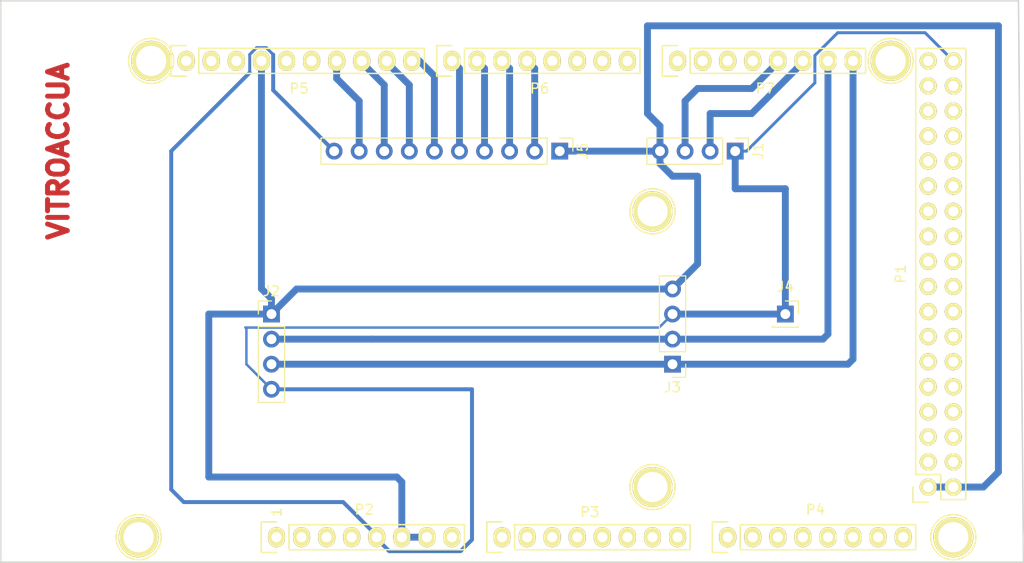
<source format=kicad_pcb>
(kicad_pcb (version 20171130) (host pcbnew 5.0.2+dfsg1-1)

  (general
    (thickness 1.6)
    (drawings 23)
    (tracks 105)
    (zones 0)
    (modules 18)
    (nets 87)
  )

  (page A4)
  (title_block
    (date "mar. 31 mars 2015")
  )

  (layers
    (0 F.Cu signal hide)
    (31 B.Cu signal)
    (32 B.Adhes user)
    (33 F.Adhes user)
    (34 B.Paste user)
    (35 F.Paste user)
    (36 B.SilkS user)
    (37 F.SilkS user)
    (38 B.Mask user)
    (39 F.Mask user)
    (40 Dwgs.User user hide)
    (41 Cmts.User user)
    (42 Eco1.User user)
    (43 Eco2.User user)
    (44 Edge.Cuts user)
    (45 Margin user)
    (46 B.CrtYd user)
    (47 F.CrtYd user hide)
    (48 B.Fab user)
    (49 F.Fab user)
  )

  (setup
    (last_trace_width 0.25)
    (user_trace_width 0.3)
    (user_trace_width 0.4)
    (user_trace_width 0.5)
    (user_trace_width 0.7)
    (trace_clearance 0.2)
    (zone_clearance 0.508)
    (zone_45_only no)
    (trace_min 0.2)
    (segment_width 0.15)
    (edge_width 0.15)
    (via_size 0.6)
    (via_drill 0.4)
    (via_min_size 0.4)
    (via_min_drill 0.3)
    (uvia_size 0.3)
    (uvia_drill 0.1)
    (uvias_allowed no)
    (uvia_min_size 0.2)
    (uvia_min_drill 0.1)
    (pcb_text_width 0.3)
    (pcb_text_size 1.5 1.5)
    (mod_edge_width 0.15)
    (mod_text_size 1 1)
    (mod_text_width 0.15)
    (pad_size 4.064 4.064)
    (pad_drill 3.048)
    (pad_to_mask_clearance 0)
    (solder_mask_min_width 0.25)
    (aux_axis_origin 103.378 121.666)
    (visible_elements 7FFFFFFF)
    (pcbplotparams
      (layerselection 0x3ffff_ffffffff)
      (usegerberextensions false)
      (usegerberattributes false)
      (usegerberadvancedattributes false)
      (creategerberjobfile false)
      (excludeedgelayer true)
      (linewidth 0.100000)
      (plotframeref false)
      (viasonmask false)
      (mode 1)
      (useauxorigin false)
      (hpglpennumber 1)
      (hpglpenspeed 20)
      (hpglpendiameter 15.000000)
      (psnegative false)
      (psa4output false)
      (plotreference true)
      (plotvalue true)
      (plotinvisibletext false)
      (padsonsilk false)
      (subtractmaskfromsilk false)
      (outputformat 1)
      (mirror false)
      (drillshape 0)
      (scaleselection 1)
      (outputdirectory "../ArchivosGerber_ShieldArduino/"))
  )

  (net 0 "")
  (net 1 GND)
  (net 2 "/52(SCK)")
  (net 3 "/53(SS)")
  (net 4 "/50(MISO)")
  (net 5 "/51(MOSI)")
  (net 6 /48)
  (net 7 /49)
  (net 8 /46)
  (net 9 /47)
  (net 10 /44)
  (net 11 /45)
  (net 12 /42)
  (net 13 /43)
  (net 14 /40)
  (net 15 /41)
  (net 16 /38)
  (net 17 /39)
  (net 18 /36)
  (net 19 /37)
  (net 20 /34)
  (net 21 /35)
  (net 22 /32)
  (net 23 /33)
  (net 24 /30)
  (net 25 /31)
  (net 26 /28)
  (net 27 /29)
  (net 28 /26)
  (net 29 /27)
  (net 30 /24)
  (net 31 /25)
  (net 32 /22)
  (net 33 /23)
  (net 34 +5V)
  (net 35 /IOREF)
  (net 36 /Reset)
  (net 37 /Vin)
  (net 38 /A0)
  (net 39 /A1)
  (net 40 /A2)
  (net 41 /A3)
  (net 42 /A4)
  (net 43 /A5)
  (net 44 /A6)
  (net 45 /A7)
  (net 46 /A8)
  (net 47 /A9)
  (net 48 /A10)
  (net 49 /A11)
  (net 50 /A12)
  (net 51 /A13)
  (net 52 /A14)
  (net 53 /A15)
  (net 54 /SCL)
  (net 55 /SDA)
  (net 56 /AREF)
  (net 57 "/13(**)")
  (net 58 "/12(**)")
  (net 59 "/11(**)")
  (net 60 "/10(**)")
  (net 61 "/9(**)")
  (net 62 "/8(**)")
  (net 63 "/7(**)")
  (net 64 "/6(**)")
  (net 65 "/5(**)")
  (net 66 "/4(**)")
  (net 67 "/3(**)")
  (net 68 "/2(**)")
  (net 69 "/20(SDA)")
  (net 70 "/21(SCL)")
  (net 71 "Net-(P8-Pad1)")
  (net 72 "Net-(P9-Pad1)")
  (net 73 "Net-(P10-Pad1)")
  (net 74 "Net-(P11-Pad1)")
  (net 75 "Net-(P12-Pad1)")
  (net 76 "Net-(P13-Pad1)")
  (net 77 "Net-(P2-Pad1)")
  (net 78 +3V3)
  (net 79 "/1(Tx0)")
  (net 80 "/0(Rx0)")
  (net 81 "/14(Tx3)")
  (net 82 "/15(Rx3)")
  (net 83 "/16(Tx2)")
  (net 84 "/17(Rx2)")
  (net 85 "/18(Tx1)")
  (net 86 "/19(Rx1)")

  (net_class Default "This is the default net class."
    (clearance 0.2)
    (trace_width 0.25)
    (via_dia 0.6)
    (via_drill 0.4)
    (uvia_dia 0.3)
    (uvia_drill 0.1)
    (add_net +3V3)
    (add_net +5V)
    (add_net "/0(Rx0)")
    (add_net "/1(Tx0)")
    (add_net "/10(**)")
    (add_net "/11(**)")
    (add_net "/12(**)")
    (add_net "/13(**)")
    (add_net "/14(Tx3)")
    (add_net "/15(Rx3)")
    (add_net "/16(Tx2)")
    (add_net "/17(Rx2)")
    (add_net "/18(Tx1)")
    (add_net "/19(Rx1)")
    (add_net "/2(**)")
    (add_net "/20(SDA)")
    (add_net "/21(SCL)")
    (add_net /22)
    (add_net /23)
    (add_net /24)
    (add_net /25)
    (add_net /26)
    (add_net /27)
    (add_net /28)
    (add_net /29)
    (add_net "/3(**)")
    (add_net /30)
    (add_net /31)
    (add_net /32)
    (add_net /33)
    (add_net /34)
    (add_net /35)
    (add_net /36)
    (add_net /37)
    (add_net /38)
    (add_net /39)
    (add_net "/4(**)")
    (add_net /40)
    (add_net /41)
    (add_net /42)
    (add_net /43)
    (add_net /44)
    (add_net /45)
    (add_net /46)
    (add_net /47)
    (add_net /48)
    (add_net /49)
    (add_net "/5(**)")
    (add_net "/50(MISO)")
    (add_net "/51(MOSI)")
    (add_net "/52(SCK)")
    (add_net "/53(SS)")
    (add_net "/6(**)")
    (add_net "/7(**)")
    (add_net "/8(**)")
    (add_net "/9(**)")
    (add_net /A0)
    (add_net /A1)
    (add_net /A10)
    (add_net /A11)
    (add_net /A12)
    (add_net /A13)
    (add_net /A14)
    (add_net /A15)
    (add_net /A2)
    (add_net /A3)
    (add_net /A4)
    (add_net /A5)
    (add_net /A6)
    (add_net /A7)
    (add_net /A8)
    (add_net /A9)
    (add_net /AREF)
    (add_net /IOREF)
    (add_net /Reset)
    (add_net /SCL)
    (add_net /SDA)
    (add_net /Vin)
    (add_net GND)
    (add_net "Net-(P10-Pad1)")
    (add_net "Net-(P11-Pad1)")
    (add_net "Net-(P12-Pad1)")
    (add_net "Net-(P13-Pad1)")
    (add_net "Net-(P2-Pad1)")
    (add_net "Net-(P8-Pad1)")
    (add_net "Net-(P9-Pad1)")
  )

  (module Connector_PinSocket_2.54mm:PinSocket_1x01_P2.54mm_Vertical (layer F.Cu) (tedit 5A19A434) (tstamp 5D524F26)
    (at 182.88 96.52)
    (descr "Through hole straight socket strip, 1x01, 2.54mm pitch, single row (from Kicad 4.0.7), script generated")
    (tags "Through hole socket strip THT 1x01 2.54mm single row")
    (path /5D253312)
    (fp_text reference J4 (at 0 -2.77) (layer F.SilkS)
      (effects (font (size 1 1) (thickness 0.15)))
    )
    (fp_text value "5 voltios" (at 0 2.77) (layer F.Fab)
      (effects (font (size 1 1) (thickness 0.15)))
    )
    (fp_line (start -1.27 -1.27) (end 0.635 -1.27) (layer F.Fab) (width 0.1))
    (fp_line (start 0.635 -1.27) (end 1.27 -0.635) (layer F.Fab) (width 0.1))
    (fp_line (start 1.27 -0.635) (end 1.27 1.27) (layer F.Fab) (width 0.1))
    (fp_line (start 1.27 1.27) (end -1.27 1.27) (layer F.Fab) (width 0.1))
    (fp_line (start -1.27 1.27) (end -1.27 -1.27) (layer F.Fab) (width 0.1))
    (fp_line (start -1.33 1.33) (end 1.33 1.33) (layer F.SilkS) (width 0.12))
    (fp_line (start -1.33 1.21) (end -1.33 1.33) (layer F.SilkS) (width 0.12))
    (fp_line (start 1.33 1.21) (end 1.33 1.33) (layer F.SilkS) (width 0.12))
    (fp_line (start 1.33 -1.33) (end 1.33 0) (layer F.SilkS) (width 0.12))
    (fp_line (start 0 -1.33) (end 1.33 -1.33) (layer F.SilkS) (width 0.12))
    (fp_line (start -1.8 -1.8) (end 1.75 -1.8) (layer F.CrtYd) (width 0.05))
    (fp_line (start 1.75 -1.8) (end 1.75 1.75) (layer F.CrtYd) (width 0.05))
    (fp_line (start 1.75 1.75) (end -1.8 1.75) (layer F.CrtYd) (width 0.05))
    (fp_line (start -1.8 1.75) (end -1.8 -1.8) (layer F.CrtYd) (width 0.05))
    (fp_text user %R (at 0 0) (layer F.Fab)
      (effects (font (size 1 1) (thickness 0.15)))
    )
    (pad 1 thru_hole rect (at 0 0) (size 1.7 1.7) (drill 1) (layers *.Cu *.Mask)
      (net 34 +5V))
    (model ${KISYS3DMOD}/Connector_PinSocket_2.54mm.3dshapes/PinSocket_1x01_P2.54mm_Vertical.wrl
      (at (xyz 0 0 0))
      (scale (xyz 1 1 1))
      (rotate (xyz 0 0 0))
    )
  )

  (module Connector_PinHeader_2.54mm:PinHeader_1x04_P2.54mm_Vertical (layer F.Cu) (tedit 59FED5CC) (tstamp 5CC45B80)
    (at 130.81 96.52)
    (descr "Through hole straight pin header, 1x04, 2.54mm pitch, single row")
    (tags "Through hole pin header THT 1x04 2.54mm single row")
    (path /5CCF6E28)
    (fp_text reference J2 (at 0 -2.33) (layer F.SilkS)
      (effects (font (size 1 1) (thickness 0.15)))
    )
    (fp_text value MEMORIA (at 0 12.7) (layer F.Fab)
      (effects (font (size 1 1) (thickness 0.15)))
    )
    (fp_line (start -0.635 -1.27) (end 1.27 -1.27) (layer F.Fab) (width 0.1))
    (fp_line (start 1.27 -1.27) (end 1.27 8.89) (layer F.Fab) (width 0.1))
    (fp_line (start 1.27 8.89) (end -1.27 8.89) (layer F.Fab) (width 0.1))
    (fp_line (start -1.27 8.89) (end -1.27 -0.635) (layer F.Fab) (width 0.1))
    (fp_line (start -1.27 -0.635) (end -0.635 -1.27) (layer F.Fab) (width 0.1))
    (fp_line (start -1.33 8.95) (end 1.33 8.95) (layer F.SilkS) (width 0.12))
    (fp_line (start -1.33 1.27) (end -1.33 8.95) (layer F.SilkS) (width 0.12))
    (fp_line (start 1.33 1.27) (end 1.33 8.95) (layer F.SilkS) (width 0.12))
    (fp_line (start -1.33 1.27) (end 1.33 1.27) (layer F.SilkS) (width 0.12))
    (fp_line (start -1.33 0) (end -1.33 -1.33) (layer F.SilkS) (width 0.12))
    (fp_line (start -1.33 -1.33) (end 0 -1.33) (layer F.SilkS) (width 0.12))
    (fp_line (start -1.8 -1.8) (end -1.8 9.4) (layer F.CrtYd) (width 0.05))
    (fp_line (start -1.8 9.4) (end 1.8 9.4) (layer F.CrtYd) (width 0.05))
    (fp_line (start 1.8 9.4) (end 1.8 -1.8) (layer F.CrtYd) (width 0.05))
    (fp_line (start 1.8 -1.8) (end -1.8 -1.8) (layer F.CrtYd) (width 0.05))
    (fp_text user %R (at 0 3.81 -270) (layer F.Fab)
      (effects (font (size 1 1) (thickness 0.15)))
    )
    (pad 1 thru_hole rect (at 0 0) (size 1.7 1.7) (drill 1) (layers *.Cu *.Mask)
      (net 1 GND))
    (pad 2 thru_hole oval (at 0 2.54) (size 1.7 1.7) (drill 1) (layers *.Cu *.Mask)
      (net 69 "/20(SDA)"))
    (pad 3 thru_hole oval (at 0 5.08) (size 1.7 1.7) (drill 1) (layers *.Cu *.Mask)
      (net 70 "/21(SCL)"))
    (pad 4 thru_hole oval (at 0 7.62) (size 1.7 1.7) (drill 1) (layers *.Cu *.Mask)
      (net 34 +5V))
    (model ${KISYS3DMOD}/Connector_PinHeader_2.54mm.3dshapes/PinHeader_1x04_P2.54mm_Vertical.wrl
      (at (xyz 0 0 0))
      (scale (xyz 1 1 1))
      (rotate (xyz 0 0 0))
    )
  )

  (module Connector_PinHeader_2.54mm:PinHeader_1x04_P2.54mm_Vertical (layer F.Cu) (tedit 59FED5CC) (tstamp 5CC44F89)
    (at 177.8 80.01 270)
    (descr "Through hole straight pin header, 1x04, 2.54mm pitch, single row")
    (tags "Through hole pin header THT 1x04 2.54mm single row")
    (path /5CCDF4DF)
    (fp_text reference J1 (at 0 -2.33 270) (layer F.SilkS)
      (effects (font (size 1 1) (thickness 0.15)))
    )
    (fp_text value LCD (at 3.81 -3.81) (layer F.Fab)
      (effects (font (size 1 1) (thickness 0.15)))
    )
    (fp_text user %R (at 0 3.81) (layer F.Fab)
      (effects (font (size 1 1) (thickness 0.15)))
    )
    (fp_line (start 1.8 -1.8) (end -1.8 -1.8) (layer F.CrtYd) (width 0.05))
    (fp_line (start 1.8 9.4) (end 1.8 -1.8) (layer F.CrtYd) (width 0.05))
    (fp_line (start -1.8 9.4) (end 1.8 9.4) (layer F.CrtYd) (width 0.05))
    (fp_line (start -1.8 -1.8) (end -1.8 9.4) (layer F.CrtYd) (width 0.05))
    (fp_line (start -1.33 -1.33) (end 0 -1.33) (layer F.SilkS) (width 0.12))
    (fp_line (start -1.33 0) (end -1.33 -1.33) (layer F.SilkS) (width 0.12))
    (fp_line (start -1.33 1.27) (end 1.33 1.27) (layer F.SilkS) (width 0.12))
    (fp_line (start 1.33 1.27) (end 1.33 8.95) (layer F.SilkS) (width 0.12))
    (fp_line (start -1.33 1.27) (end -1.33 8.95) (layer F.SilkS) (width 0.12))
    (fp_line (start -1.33 8.95) (end 1.33 8.95) (layer F.SilkS) (width 0.12))
    (fp_line (start -1.27 -0.635) (end -0.635 -1.27) (layer F.Fab) (width 0.1))
    (fp_line (start -1.27 8.89) (end -1.27 -0.635) (layer F.Fab) (width 0.1))
    (fp_line (start 1.27 8.89) (end -1.27 8.89) (layer F.Fab) (width 0.1))
    (fp_line (start 1.27 -1.27) (end 1.27 8.89) (layer F.Fab) (width 0.1))
    (fp_line (start -0.635 -1.27) (end 1.27 -1.27) (layer F.Fab) (width 0.1))
    (pad 4 thru_hole oval (at 0 7.62 270) (size 1.7 1.7) (drill 1) (layers *.Cu *.Mask)
      (net 1 GND))
    (pad 3 thru_hole oval (at 0 5.08 270) (size 1.7 1.7) (drill 1) (layers *.Cu *.Mask)
      (net 85 "/18(Tx1)"))
    (pad 2 thru_hole oval (at 0 2.54 270) (size 1.7 1.7) (drill 1) (layers *.Cu *.Mask)
      (net 86 "/19(Rx1)"))
    (pad 1 thru_hole rect (at 0 0 270) (size 1.7 1.7) (drill 1) (layers *.Cu *.Mask)
      (net 34 +5V))
    (model ${KISYS3DMOD}/Connector_PinHeader_2.54mm.3dshapes/PinHeader_1x04_P2.54mm_Vertical.wrl
      (at (xyz 0 0 0))
      (scale (xyz 1 1 1))
      (rotate (xyz 0 0 0))
    )
  )

  (module Connector_PinHeader_2.54mm:PinHeader_1x10_P2.54mm_Vertical (layer F.Cu) (tedit 59FED5CC) (tstamp 5CC459D6)
    (at 160.02 80.01 270)
    (descr "Through hole straight pin header, 1x10, 2.54mm pitch, single row")
    (tags "Through hole pin header THT 1x10 2.54mm single row")
    (path /5CCAB7CA)
    (fp_text reference J5 (at 0 -2.33 270) (layer F.SilkS)
      (effects (font (size 1 1) (thickness 0.15)))
    )
    (fp_text value RELES (at 0 25.19 270) (layer F.Fab)
      (effects (font (size 1 1) (thickness 0.15)))
    )
    (fp_line (start -0.635 -1.27) (end 1.27 -1.27) (layer F.Fab) (width 0.1))
    (fp_line (start 1.27 -1.27) (end 1.27 24.13) (layer F.Fab) (width 0.1))
    (fp_line (start 1.27 24.13) (end -1.27 24.13) (layer F.Fab) (width 0.1))
    (fp_line (start -1.27 24.13) (end -1.27 -0.635) (layer F.Fab) (width 0.1))
    (fp_line (start -1.27 -0.635) (end -0.635 -1.27) (layer F.Fab) (width 0.1))
    (fp_line (start -1.33 24.19) (end 1.33 24.19) (layer F.SilkS) (width 0.12))
    (fp_line (start -1.33 1.27) (end -1.33 24.19) (layer F.SilkS) (width 0.12))
    (fp_line (start 1.33 1.27) (end 1.33 24.19) (layer F.SilkS) (width 0.12))
    (fp_line (start -1.33 1.27) (end 1.33 1.27) (layer F.SilkS) (width 0.12))
    (fp_line (start -1.33 0) (end -1.33 -1.33) (layer F.SilkS) (width 0.12))
    (fp_line (start -1.33 -1.33) (end 0 -1.33) (layer F.SilkS) (width 0.12))
    (fp_line (start -1.8 -1.8) (end -1.8 24.65) (layer F.CrtYd) (width 0.05))
    (fp_line (start -1.8 24.65) (end 1.8 24.65) (layer F.CrtYd) (width 0.05))
    (fp_line (start 1.8 24.65) (end 1.8 -1.8) (layer F.CrtYd) (width 0.05))
    (fp_line (start 1.8 -1.8) (end -1.8 -1.8) (layer F.CrtYd) (width 0.05))
    (fp_text user %R (at 0 11.43) (layer F.Fab)
      (effects (font (size 1 1) (thickness 0.15)))
    )
    (pad 1 thru_hole rect (at 0 0 270) (size 1.7 1.7) (drill 1) (layers *.Cu *.Mask)
      (net 1 GND))
    (pad 2 thru_hole oval (at 0 2.54 270) (size 1.7 1.7) (drill 1) (layers *.Cu *.Mask)
      (net 66 "/4(**)"))
    (pad 3 thru_hole oval (at 0 5.08 270) (size 1.7 1.7) (drill 1) (layers *.Cu *.Mask)
      (net 65 "/5(**)"))
    (pad 4 thru_hole oval (at 0 7.62 270) (size 1.7 1.7) (drill 1) (layers *.Cu *.Mask)
      (net 64 "/6(**)"))
    (pad 5 thru_hole oval (at 0 10.16 270) (size 1.7 1.7) (drill 1) (layers *.Cu *.Mask)
      (net 63 "/7(**)"))
    (pad 6 thru_hole oval (at 0 12.7 270) (size 1.7 1.7) (drill 1) (layers *.Cu *.Mask)
      (net 62 "/8(**)"))
    (pad 7 thru_hole oval (at 0 15.24 270) (size 1.7 1.7) (drill 1) (layers *.Cu *.Mask)
      (net 61 "/9(**)"))
    (pad 8 thru_hole oval (at 0 17.78 270) (size 1.7 1.7) (drill 1) (layers *.Cu *.Mask)
      (net 60 "/10(**)"))
    (pad 9 thru_hole oval (at 0 20.32 270) (size 1.7 1.7) (drill 1) (layers *.Cu *.Mask)
      (net 59 "/11(**)"))
    (pad 10 thru_hole oval (at 0 22.86 270) (size 1.7 1.7) (drill 1) (layers *.Cu *.Mask)
      (net 34 +5V))
    (model ${KISYS3DMOD}/Connector_PinHeader_2.54mm.3dshapes/PinHeader_1x10_P2.54mm_Vertical.wrl
      (at (xyz 0 0 0))
      (scale (xyz 1 1 1))
      (rotate (xyz 0 0 0))
    )
  )

  (module Connector_PinHeader_2.54mm:PinHeader_1x04_P2.54mm_Vertical (layer F.Cu) (tedit 59FED5CC) (tstamp 5CC4627D)
    (at 171.45 101.6 180)
    (descr "Through hole straight pin header, 1x04, 2.54mm pitch, single row")
    (tags "Through hole pin header THT 1x04 2.54mm single row")
    (path /5CCF7296)
    (fp_text reference J3 (at 0 -2.33 180) (layer F.SilkS)
      (effects (font (size 1 1) (thickness 0.15)))
    )
    (fp_text value RTC (at -3.81 -2.54 180) (layer F.Fab)
      (effects (font (size 1 1) (thickness 0.15)))
    )
    (fp_line (start -0.635 -1.27) (end 1.27 -1.27) (layer F.Fab) (width 0.1))
    (fp_line (start 1.27 -1.27) (end 1.27 8.89) (layer F.Fab) (width 0.1))
    (fp_line (start 1.27 8.89) (end -1.27 8.89) (layer F.Fab) (width 0.1))
    (fp_line (start -1.27 8.89) (end -1.27 -0.635) (layer F.Fab) (width 0.1))
    (fp_line (start -1.27 -0.635) (end -0.635 -1.27) (layer F.Fab) (width 0.1))
    (fp_line (start -1.33 8.95) (end 1.33 8.95) (layer F.SilkS) (width 0.12))
    (fp_line (start -1.33 1.27) (end -1.33 8.95) (layer F.SilkS) (width 0.12))
    (fp_line (start 1.33 1.27) (end 1.33 8.95) (layer F.SilkS) (width 0.12))
    (fp_line (start -1.33 1.27) (end 1.33 1.27) (layer F.SilkS) (width 0.12))
    (fp_line (start -1.33 0) (end -1.33 -1.33) (layer F.SilkS) (width 0.12))
    (fp_line (start -1.33 -1.33) (end 0 -1.33) (layer F.SilkS) (width 0.12))
    (fp_line (start -1.8 -1.8) (end -1.8 9.4) (layer F.CrtYd) (width 0.05))
    (fp_line (start -1.8 9.4) (end 1.8 9.4) (layer F.CrtYd) (width 0.05))
    (fp_line (start 1.8 9.4) (end 1.8 -1.8) (layer F.CrtYd) (width 0.05))
    (fp_line (start 1.8 -1.8) (end -1.8 -1.8) (layer F.CrtYd) (width 0.05))
    (fp_text user %R (at 0 3.81 180) (layer F.Fab)
      (effects (font (size 1 1) (thickness 0.15)))
    )
    (pad 1 thru_hole rect (at 0 0 180) (size 1.7 1.7) (drill 1) (layers *.Cu *.Mask)
      (net 70 "/21(SCL)"))
    (pad 2 thru_hole oval (at 0 2.54 180) (size 1.7 1.7) (drill 1) (layers *.Cu *.Mask)
      (net 69 "/20(SDA)"))
    (pad 3 thru_hole oval (at 0 5.08 180) (size 1.7 1.7) (drill 1) (layers *.Cu *.Mask)
      (net 34 +5V))
    (pad 4 thru_hole oval (at 0 7.62 180) (size 1.7 1.7) (drill 1) (layers *.Cu *.Mask)
      (net 1 GND))
    (model ${KISYS3DMOD}/Connector_PinHeader_2.54mm.3dshapes/PinHeader_1x04_P2.54mm_Vertical.wrl
      (at (xyz 0 0 0))
      (scale (xyz 1 1 1))
      (rotate (xyz 0 0 0))
    )
  )

  (module Socket_Arduino_Mega:Socket_Strip_Arduino_2x18 locked (layer F.Cu) (tedit 55216789) (tstamp 551AFCE5)
    (at 197.358 114.046 90)
    (descr "Through hole socket strip")
    (tags "socket strip")
    (path /56D743B5)
    (fp_text reference P1 (at 21.59 -2.794 90) (layer F.SilkS)
      (effects (font (size 1 1) (thickness 0.15)))
    )
    (fp_text value Digital (at 21.59 -4.572 90) (layer F.Fab)
      (effects (font (size 1 1) (thickness 0.15)))
    )
    (fp_line (start -1.75 -1.75) (end -1.75 4.3) (layer F.CrtYd) (width 0.05))
    (fp_line (start 44.95 -1.75) (end 44.95 4.3) (layer F.CrtYd) (width 0.05))
    (fp_line (start -1.75 -1.75) (end 44.95 -1.75) (layer F.CrtYd) (width 0.05))
    (fp_line (start -1.75 4.3) (end 44.95 4.3) (layer F.CrtYd) (width 0.05))
    (fp_line (start -1.27 3.81) (end 44.45 3.81) (layer F.SilkS) (width 0.15))
    (fp_line (start 44.45 -1.27) (end 1.27 -1.27) (layer F.SilkS) (width 0.15))
    (fp_line (start 44.45 3.81) (end 44.45 -1.27) (layer F.SilkS) (width 0.15))
    (fp_line (start -1.27 3.81) (end -1.27 1.27) (layer F.SilkS) (width 0.15))
    (fp_line (start 0 -1.55) (end -1.55 -1.55) (layer F.SilkS) (width 0.15))
    (fp_line (start -1.27 1.27) (end 1.27 1.27) (layer F.SilkS) (width 0.15))
    (fp_line (start 1.27 1.27) (end 1.27 -1.27) (layer F.SilkS) (width 0.15))
    (fp_line (start -1.55 -1.55) (end -1.55 0) (layer F.SilkS) (width 0.15))
    (pad 1 thru_hole circle (at 0 0 90) (size 1.7272 1.7272) (drill 1.016) (layers *.Cu *.Mask F.SilkS)
      (net 1 GND))
    (pad 2 thru_hole oval (at 0 2.54 90) (size 1.7272 1.7272) (drill 1.016) (layers *.Cu *.Mask F.SilkS)
      (net 1 GND))
    (pad 3 thru_hole oval (at 2.54 0 90) (size 1.7272 1.7272) (drill 1.016) (layers *.Cu *.Mask F.SilkS)
      (net 2 "/52(SCK)"))
    (pad 4 thru_hole oval (at 2.54 2.54 90) (size 1.7272 1.7272) (drill 1.016) (layers *.Cu *.Mask F.SilkS)
      (net 3 "/53(SS)"))
    (pad 5 thru_hole oval (at 5.08 0 90) (size 1.7272 1.7272) (drill 1.016) (layers *.Cu *.Mask F.SilkS)
      (net 4 "/50(MISO)"))
    (pad 6 thru_hole oval (at 5.08 2.54 90) (size 1.7272 1.7272) (drill 1.016) (layers *.Cu *.Mask F.SilkS)
      (net 5 "/51(MOSI)"))
    (pad 7 thru_hole oval (at 7.62 0 90) (size 1.7272 1.7272) (drill 1.016) (layers *.Cu *.Mask F.SilkS)
      (net 6 /48))
    (pad 8 thru_hole oval (at 7.62 2.54 90) (size 1.7272 1.7272) (drill 1.016) (layers *.Cu *.Mask F.SilkS)
      (net 7 /49))
    (pad 9 thru_hole oval (at 10.16 0 90) (size 1.7272 1.7272) (drill 1.016) (layers *.Cu *.Mask F.SilkS)
      (net 8 /46))
    (pad 10 thru_hole oval (at 10.16 2.54 90) (size 1.7272 1.7272) (drill 1.016) (layers *.Cu *.Mask F.SilkS)
      (net 9 /47))
    (pad 11 thru_hole oval (at 12.7 0 90) (size 1.7272 1.7272) (drill 1.016) (layers *.Cu *.Mask F.SilkS)
      (net 10 /44))
    (pad 12 thru_hole oval (at 12.7 2.54 90) (size 1.7272 1.7272) (drill 1.016) (layers *.Cu *.Mask F.SilkS)
      (net 11 /45))
    (pad 13 thru_hole oval (at 15.24 0 90) (size 1.7272 1.7272) (drill 1.016) (layers *.Cu *.Mask F.SilkS)
      (net 12 /42))
    (pad 14 thru_hole oval (at 15.24 2.54 90) (size 1.7272 1.7272) (drill 1.016) (layers *.Cu *.Mask F.SilkS)
      (net 13 /43))
    (pad 15 thru_hole oval (at 17.78 0 90) (size 1.7272 1.7272) (drill 1.016) (layers *.Cu *.Mask F.SilkS)
      (net 14 /40))
    (pad 16 thru_hole oval (at 17.78 2.54 90) (size 1.7272 1.7272) (drill 1.016) (layers *.Cu *.Mask F.SilkS)
      (net 15 /41))
    (pad 17 thru_hole oval (at 20.32 0 90) (size 1.7272 1.7272) (drill 1.016) (layers *.Cu *.Mask F.SilkS)
      (net 16 /38))
    (pad 18 thru_hole oval (at 20.32 2.54 90) (size 1.7272 1.7272) (drill 1.016) (layers *.Cu *.Mask F.SilkS)
      (net 17 /39))
    (pad 19 thru_hole oval (at 22.86 0 90) (size 1.7272 1.7272) (drill 1.016) (layers *.Cu *.Mask F.SilkS)
      (net 18 /36))
    (pad 20 thru_hole oval (at 22.86 2.54 90) (size 1.7272 1.7272) (drill 1.016) (layers *.Cu *.Mask F.SilkS)
      (net 19 /37))
    (pad 21 thru_hole oval (at 25.4 0 90) (size 1.7272 1.7272) (drill 1.016) (layers *.Cu *.Mask F.SilkS)
      (net 20 /34))
    (pad 22 thru_hole oval (at 25.4 2.54 90) (size 1.7272 1.7272) (drill 1.016) (layers *.Cu *.Mask F.SilkS)
      (net 21 /35))
    (pad 23 thru_hole oval (at 27.94 0 90) (size 1.7272 1.7272) (drill 1.016) (layers *.Cu *.Mask F.SilkS)
      (net 22 /32))
    (pad 24 thru_hole oval (at 27.94 2.54 90) (size 1.7272 1.7272) (drill 1.016) (layers *.Cu *.Mask F.SilkS)
      (net 23 /33))
    (pad 25 thru_hole oval (at 30.48 0 90) (size 1.7272 1.7272) (drill 1.016) (layers *.Cu *.Mask F.SilkS)
      (net 24 /30))
    (pad 26 thru_hole oval (at 30.48 2.54 90) (size 1.7272 1.7272) (drill 1.016) (layers *.Cu *.Mask F.SilkS)
      (net 25 /31))
    (pad 27 thru_hole oval (at 33.02 0 90) (size 1.7272 1.7272) (drill 1.016) (layers *.Cu *.Mask F.SilkS)
      (net 26 /28))
    (pad 28 thru_hole oval (at 33.02 2.54 90) (size 1.7272 1.7272) (drill 1.016) (layers *.Cu *.Mask F.SilkS)
      (net 27 /29))
    (pad 29 thru_hole oval (at 35.56 0 90) (size 1.7272 1.7272) (drill 1.016) (layers *.Cu *.Mask F.SilkS)
      (net 28 /26))
    (pad 30 thru_hole oval (at 35.56 2.54 90) (size 1.7272 1.7272) (drill 1.016) (layers *.Cu *.Mask F.SilkS)
      (net 29 /27))
    (pad 31 thru_hole oval (at 38.1 0 90) (size 1.7272 1.7272) (drill 1.016) (layers *.Cu *.Mask F.SilkS)
      (net 30 /24))
    (pad 32 thru_hole oval (at 38.1 2.54 90) (size 1.7272 1.7272) (drill 1.016) (layers *.Cu *.Mask F.SilkS)
      (net 31 /25))
    (pad 33 thru_hole oval (at 40.64 0 90) (size 1.7272 1.7272) (drill 1.016) (layers *.Cu *.Mask F.SilkS)
      (net 32 /22))
    (pad 34 thru_hole oval (at 40.64 2.54 90) (size 1.7272 1.7272) (drill 1.016) (layers *.Cu *.Mask F.SilkS)
      (net 33 /23))
    (pad 35 thru_hole oval (at 43.18 0 90) (size 1.7272 1.7272) (drill 1.016) (layers *.Cu *.Mask F.SilkS)
      (net 34 +5V))
    (pad 36 thru_hole oval (at 43.18 2.54 90) (size 1.7272 1.7272) (drill 1.016) (layers *.Cu *.Mask F.SilkS)
      (net 34 +5V))
    (model ${KIPRJMOD}/Socket_Arduino_Mega.3dshapes/Socket_header_Arduino_2x18.wrl
      (offset (xyz 21.58999967575073 -1.269999980926514 0))
      (scale (xyz 1 1 1))
      (rotate (xyz 0 0 180))
    )
  )

  (module Socket_Arduino_Mega:Socket_Strip_Arduino_1x08 locked (layer F.Cu) (tedit 55216755) (tstamp 551AFCFC)
    (at 131.318 119.126)
    (descr "Through hole socket strip")
    (tags "socket strip")
    (path /56D71773)
    (fp_text reference P2 (at 8.89 -2.794) (layer F.SilkS)
      (effects (font (size 1 1) (thickness 0.15)))
    )
    (fp_text value Power (at 8.89 -4.318) (layer F.Fab)
      (effects (font (size 1 1) (thickness 0.15)))
    )
    (fp_line (start -1.75 -1.75) (end -1.75 1.75) (layer F.CrtYd) (width 0.05))
    (fp_line (start 19.55 -1.75) (end 19.55 1.75) (layer F.CrtYd) (width 0.05))
    (fp_line (start -1.75 -1.75) (end 19.55 -1.75) (layer F.CrtYd) (width 0.05))
    (fp_line (start -1.75 1.75) (end 19.55 1.75) (layer F.CrtYd) (width 0.05))
    (fp_line (start 1.27 1.27) (end 19.05 1.27) (layer F.SilkS) (width 0.15))
    (fp_line (start 19.05 1.27) (end 19.05 -1.27) (layer F.SilkS) (width 0.15))
    (fp_line (start 19.05 -1.27) (end 1.27 -1.27) (layer F.SilkS) (width 0.15))
    (fp_line (start -1.55 1.55) (end 0 1.55) (layer F.SilkS) (width 0.15))
    (fp_line (start 1.27 1.27) (end 1.27 -1.27) (layer F.SilkS) (width 0.15))
    (fp_line (start 0 -1.55) (end -1.55 -1.55) (layer F.SilkS) (width 0.15))
    (fp_line (start -1.55 -1.55) (end -1.55 1.55) (layer F.SilkS) (width 0.15))
    (pad 1 thru_hole oval (at 0 0) (size 1.7272 2.032) (drill 1.016) (layers *.Cu *.Mask F.SilkS)
      (net 77 "Net-(P2-Pad1)"))
    (pad 2 thru_hole oval (at 2.54 0) (size 1.7272 2.032) (drill 1.016) (layers *.Cu *.Mask F.SilkS)
      (net 35 /IOREF))
    (pad 3 thru_hole oval (at 5.08 0) (size 1.7272 2.032) (drill 1.016) (layers *.Cu *.Mask F.SilkS)
      (net 36 /Reset))
    (pad 4 thru_hole oval (at 7.62 0) (size 1.7272 2.032) (drill 1.016) (layers *.Cu *.Mask F.SilkS)
      (net 78 +3V3))
    (pad 5 thru_hole oval (at 10.16 0) (size 1.7272 2.032) (drill 1.016) (layers *.Cu *.Mask F.SilkS)
      (net 34 +5V))
    (pad 6 thru_hole oval (at 12.7 0) (size 1.7272 2.032) (drill 1.016) (layers *.Cu *.Mask F.SilkS)
      (net 1 GND))
    (pad 7 thru_hole oval (at 15.24 0) (size 1.7272 2.032) (drill 1.016) (layers *.Cu *.Mask F.SilkS)
      (net 1 GND))
    (pad 8 thru_hole oval (at 17.78 0) (size 1.7272 2.032) (drill 1.016) (layers *.Cu *.Mask F.SilkS)
      (net 37 /Vin))
    (model ${KIPRJMOD}/Socket_Arduino_Mega.3dshapes/Socket_header_Arduino_1x08.wrl
      (offset (xyz 8.889999866485596 0 0))
      (scale (xyz 1 1 1))
      (rotate (xyz 0 0 180))
    )
  )

  (module Socket_Arduino_Mega:Socket_Strip_Arduino_1x08 locked (layer F.Cu) (tedit 5521677D) (tstamp 551AFD13)
    (at 154.178 119.126)
    (descr "Through hole socket strip")
    (tags "socket strip")
    (path /56D72F1C)
    (fp_text reference P3 (at 8.89 -2.54) (layer F.SilkS)
      (effects (font (size 1 1) (thickness 0.15)))
    )
    (fp_text value Analog (at 8.89 -4.318) (layer F.Fab)
      (effects (font (size 1 1) (thickness 0.15)))
    )
    (fp_line (start -1.75 -1.75) (end -1.75 1.75) (layer F.CrtYd) (width 0.05))
    (fp_line (start 19.55 -1.75) (end 19.55 1.75) (layer F.CrtYd) (width 0.05))
    (fp_line (start -1.75 -1.75) (end 19.55 -1.75) (layer F.CrtYd) (width 0.05))
    (fp_line (start -1.75 1.75) (end 19.55 1.75) (layer F.CrtYd) (width 0.05))
    (fp_line (start 1.27 1.27) (end 19.05 1.27) (layer F.SilkS) (width 0.15))
    (fp_line (start 19.05 1.27) (end 19.05 -1.27) (layer F.SilkS) (width 0.15))
    (fp_line (start 19.05 -1.27) (end 1.27 -1.27) (layer F.SilkS) (width 0.15))
    (fp_line (start -1.55 1.55) (end 0 1.55) (layer F.SilkS) (width 0.15))
    (fp_line (start 1.27 1.27) (end 1.27 -1.27) (layer F.SilkS) (width 0.15))
    (fp_line (start 0 -1.55) (end -1.55 -1.55) (layer F.SilkS) (width 0.15))
    (fp_line (start -1.55 -1.55) (end -1.55 1.55) (layer F.SilkS) (width 0.15))
    (pad 1 thru_hole oval (at 0 0) (size 1.7272 2.032) (drill 1.016) (layers *.Cu *.Mask F.SilkS)
      (net 38 /A0))
    (pad 2 thru_hole oval (at 2.54 0) (size 1.7272 2.032) (drill 1.016) (layers *.Cu *.Mask F.SilkS)
      (net 39 /A1))
    (pad 3 thru_hole oval (at 5.08 0) (size 1.7272 2.032) (drill 1.016) (layers *.Cu *.Mask F.SilkS)
      (net 40 /A2))
    (pad 4 thru_hole oval (at 7.62 0) (size 1.7272 2.032) (drill 1.016) (layers *.Cu *.Mask F.SilkS)
      (net 41 /A3))
    (pad 5 thru_hole oval (at 10.16 0) (size 1.7272 2.032) (drill 1.016) (layers *.Cu *.Mask F.SilkS)
      (net 42 /A4))
    (pad 6 thru_hole oval (at 12.7 0) (size 1.7272 2.032) (drill 1.016) (layers *.Cu *.Mask F.SilkS)
      (net 43 /A5))
    (pad 7 thru_hole oval (at 15.24 0) (size 1.7272 2.032) (drill 1.016) (layers *.Cu *.Mask F.SilkS)
      (net 44 /A6))
    (pad 8 thru_hole oval (at 17.78 0) (size 1.7272 2.032) (drill 1.016) (layers *.Cu *.Mask F.SilkS)
      (net 45 /A7))
    (model ${KIPRJMOD}/Socket_Arduino_Mega.3dshapes/Socket_header_Arduino_1x08.wrl
      (offset (xyz 8.889999866485596 0 0))
      (scale (xyz 1 1 1))
      (rotate (xyz 0 0 180))
    )
  )

  (module Socket_Arduino_Mega:Socket_Strip_Arduino_1x08 locked (layer F.Cu) (tedit 55216772) (tstamp 551AFD2A)
    (at 177.038 119.126)
    (descr "Through hole socket strip")
    (tags "socket strip")
    (path /56D73A0E)
    (fp_text reference P4 (at 8.89 -2.794) (layer F.SilkS)
      (effects (font (size 1 1) (thickness 0.15)))
    )
    (fp_text value Analog (at 8.89 -4.318) (layer F.Fab)
      (effects (font (size 1 1) (thickness 0.15)))
    )
    (fp_line (start -1.75 -1.75) (end -1.75 1.75) (layer F.CrtYd) (width 0.05))
    (fp_line (start 19.55 -1.75) (end 19.55 1.75) (layer F.CrtYd) (width 0.05))
    (fp_line (start -1.75 -1.75) (end 19.55 -1.75) (layer F.CrtYd) (width 0.05))
    (fp_line (start -1.75 1.75) (end 19.55 1.75) (layer F.CrtYd) (width 0.05))
    (fp_line (start 1.27 1.27) (end 19.05 1.27) (layer F.SilkS) (width 0.15))
    (fp_line (start 19.05 1.27) (end 19.05 -1.27) (layer F.SilkS) (width 0.15))
    (fp_line (start 19.05 -1.27) (end 1.27 -1.27) (layer F.SilkS) (width 0.15))
    (fp_line (start -1.55 1.55) (end 0 1.55) (layer F.SilkS) (width 0.15))
    (fp_line (start 1.27 1.27) (end 1.27 -1.27) (layer F.SilkS) (width 0.15))
    (fp_line (start 0 -1.55) (end -1.55 -1.55) (layer F.SilkS) (width 0.15))
    (fp_line (start -1.55 -1.55) (end -1.55 1.55) (layer F.SilkS) (width 0.15))
    (pad 1 thru_hole oval (at 0 0) (size 1.7272 2.032) (drill 1.016) (layers *.Cu *.Mask F.SilkS)
      (net 46 /A8))
    (pad 2 thru_hole oval (at 2.54 0) (size 1.7272 2.032) (drill 1.016) (layers *.Cu *.Mask F.SilkS)
      (net 47 /A9))
    (pad 3 thru_hole oval (at 5.08 0) (size 1.7272 2.032) (drill 1.016) (layers *.Cu *.Mask F.SilkS)
      (net 48 /A10))
    (pad 4 thru_hole oval (at 7.62 0) (size 1.7272 2.032) (drill 1.016) (layers *.Cu *.Mask F.SilkS)
      (net 49 /A11))
    (pad 5 thru_hole oval (at 10.16 0) (size 1.7272 2.032) (drill 1.016) (layers *.Cu *.Mask F.SilkS)
      (net 50 /A12))
    (pad 6 thru_hole oval (at 12.7 0) (size 1.7272 2.032) (drill 1.016) (layers *.Cu *.Mask F.SilkS)
      (net 51 /A13))
    (pad 7 thru_hole oval (at 15.24 0) (size 1.7272 2.032) (drill 1.016) (layers *.Cu *.Mask F.SilkS)
      (net 52 /A14))
    (pad 8 thru_hole oval (at 17.78 0) (size 1.7272 2.032) (drill 1.016) (layers *.Cu *.Mask F.SilkS)
      (net 53 /A15))
    (model ${KIPRJMOD}/Socket_Arduino_Mega.3dshapes/Socket_header_Arduino_1x08.wrl
      (offset (xyz 8.889999866485596 0 0))
      (scale (xyz 1 1 1))
      (rotate (xyz 0 0 180))
    )
  )

  (module Socket_Arduino_Mega:Socket_Strip_Arduino_1x10 locked (layer F.Cu) (tedit 551AFC9C) (tstamp 551AFD43)
    (at 122.174 70.866)
    (descr "Through hole socket strip")
    (tags "socket strip")
    (path /56D72368)
    (fp_text reference P5 (at 11.43 2.794) (layer F.SilkS)
      (effects (font (size 1 1) (thickness 0.15)))
    )
    (fp_text value PWM (at 11.43 4.318) (layer F.Fab)
      (effects (font (size 1 1) (thickness 0.15)))
    )
    (fp_line (start -1.75 -1.75) (end -1.75 1.75) (layer F.CrtYd) (width 0.05))
    (fp_line (start 24.65 -1.75) (end 24.65 1.75) (layer F.CrtYd) (width 0.05))
    (fp_line (start -1.75 -1.75) (end 24.65 -1.75) (layer F.CrtYd) (width 0.05))
    (fp_line (start -1.75 1.75) (end 24.65 1.75) (layer F.CrtYd) (width 0.05))
    (fp_line (start 1.27 1.27) (end 24.13 1.27) (layer F.SilkS) (width 0.15))
    (fp_line (start 24.13 1.27) (end 24.13 -1.27) (layer F.SilkS) (width 0.15))
    (fp_line (start 24.13 -1.27) (end 1.27 -1.27) (layer F.SilkS) (width 0.15))
    (fp_line (start -1.55 1.55) (end 0 1.55) (layer F.SilkS) (width 0.15))
    (fp_line (start 1.27 1.27) (end 1.27 -1.27) (layer F.SilkS) (width 0.15))
    (fp_line (start 0 -1.55) (end -1.55 -1.55) (layer F.SilkS) (width 0.15))
    (fp_line (start -1.55 -1.55) (end -1.55 1.55) (layer F.SilkS) (width 0.15))
    (pad 1 thru_hole oval (at 0 0) (size 1.7272 2.032) (drill 1.016) (layers *.Cu *.Mask F.SilkS)
      (net 54 /SCL))
    (pad 2 thru_hole oval (at 2.54 0) (size 1.7272 2.032) (drill 1.016) (layers *.Cu *.Mask F.SilkS)
      (net 55 /SDA))
    (pad 3 thru_hole oval (at 5.08 0) (size 1.7272 2.032) (drill 1.016) (layers *.Cu *.Mask F.SilkS)
      (net 56 /AREF))
    (pad 4 thru_hole oval (at 7.62 0) (size 1.7272 2.032) (drill 1.016) (layers *.Cu *.Mask F.SilkS)
      (net 1 GND))
    (pad 5 thru_hole oval (at 10.16 0) (size 1.7272 2.032) (drill 1.016) (layers *.Cu *.Mask F.SilkS)
      (net 57 "/13(**)"))
    (pad 6 thru_hole oval (at 12.7 0) (size 1.7272 2.032) (drill 1.016) (layers *.Cu *.Mask F.SilkS)
      (net 58 "/12(**)"))
    (pad 7 thru_hole oval (at 15.24 0) (size 1.7272 2.032) (drill 1.016) (layers *.Cu *.Mask F.SilkS)
      (net 59 "/11(**)"))
    (pad 8 thru_hole oval (at 17.78 0) (size 1.7272 2.032) (drill 1.016) (layers *.Cu *.Mask F.SilkS)
      (net 60 "/10(**)"))
    (pad 9 thru_hole oval (at 20.32 0) (size 1.7272 2.032) (drill 1.016) (layers *.Cu *.Mask F.SilkS)
      (net 61 "/9(**)"))
    (pad 10 thru_hole oval (at 22.86 0) (size 1.7272 2.032) (drill 1.016) (layers *.Cu *.Mask F.SilkS)
      (net 62 "/8(**)"))
    (model ${KIPRJMOD}/Socket_Arduino_Mega.3dshapes/Socket_header_Arduino_1x10.wrl
      (offset (xyz 11.42999982833862 0 0))
      (scale (xyz 1 1 1))
      (rotate (xyz 0 0 180))
    )
  )

  (module Socket_Arduino_Mega:Socket_Strip_Arduino_1x08 locked (layer F.Cu) (tedit 551AFC7F) (tstamp 551AFD5A)
    (at 149.098 70.866)
    (descr "Through hole socket strip")
    (tags "socket strip")
    (path /56D734D0)
    (fp_text reference P6 (at 8.89 2.794) (layer F.SilkS)
      (effects (font (size 1 1) (thickness 0.15)))
    )
    (fp_text value PWM (at 8.89 4.318) (layer F.Fab)
      (effects (font (size 1 1) (thickness 0.15)))
    )
    (fp_line (start -1.75 -1.75) (end -1.75 1.75) (layer F.CrtYd) (width 0.05))
    (fp_line (start 19.55 -1.75) (end 19.55 1.75) (layer F.CrtYd) (width 0.05))
    (fp_line (start -1.75 -1.75) (end 19.55 -1.75) (layer F.CrtYd) (width 0.05))
    (fp_line (start -1.75 1.75) (end 19.55 1.75) (layer F.CrtYd) (width 0.05))
    (fp_line (start 1.27 1.27) (end 19.05 1.27) (layer F.SilkS) (width 0.15))
    (fp_line (start 19.05 1.27) (end 19.05 -1.27) (layer F.SilkS) (width 0.15))
    (fp_line (start 19.05 -1.27) (end 1.27 -1.27) (layer F.SilkS) (width 0.15))
    (fp_line (start -1.55 1.55) (end 0 1.55) (layer F.SilkS) (width 0.15))
    (fp_line (start 1.27 1.27) (end 1.27 -1.27) (layer F.SilkS) (width 0.15))
    (fp_line (start 0 -1.55) (end -1.55 -1.55) (layer F.SilkS) (width 0.15))
    (fp_line (start -1.55 -1.55) (end -1.55 1.55) (layer F.SilkS) (width 0.15))
    (pad 1 thru_hole oval (at 0 0) (size 1.7272 2.032) (drill 1.016) (layers *.Cu *.Mask F.SilkS)
      (net 63 "/7(**)"))
    (pad 2 thru_hole oval (at 2.54 0) (size 1.7272 2.032) (drill 1.016) (layers *.Cu *.Mask F.SilkS)
      (net 64 "/6(**)"))
    (pad 3 thru_hole oval (at 5.08 0) (size 1.7272 2.032) (drill 1.016) (layers *.Cu *.Mask F.SilkS)
      (net 65 "/5(**)"))
    (pad 4 thru_hole oval (at 7.62 0) (size 1.7272 2.032) (drill 1.016) (layers *.Cu *.Mask F.SilkS)
      (net 66 "/4(**)"))
    (pad 5 thru_hole oval (at 10.16 0) (size 1.7272 2.032) (drill 1.016) (layers *.Cu *.Mask F.SilkS)
      (net 67 "/3(**)"))
    (pad 6 thru_hole oval (at 12.7 0) (size 1.7272 2.032) (drill 1.016) (layers *.Cu *.Mask F.SilkS)
      (net 68 "/2(**)"))
    (pad 7 thru_hole oval (at 15.24 0) (size 1.7272 2.032) (drill 1.016) (layers *.Cu *.Mask F.SilkS)
      (net 79 "/1(Tx0)"))
    (pad 8 thru_hole oval (at 17.78 0) (size 1.7272 2.032) (drill 1.016) (layers *.Cu *.Mask F.SilkS)
      (net 80 "/0(Rx0)"))
    (model ${KIPRJMOD}/Socket_Arduino_Mega.3dshapes/Socket_header_Arduino_1x08.wrl
      (offset (xyz 8.889999866485596 0 0))
      (scale (xyz 1 1 1))
      (rotate (xyz 0 0 180))
    )
  )

  (module Socket_Arduino_Mega:Socket_Strip_Arduino_1x08 locked (layer F.Cu) (tedit 551AFC73) (tstamp 551AFD71)
    (at 171.958 70.866)
    (descr "Through hole socket strip")
    (tags "socket strip")
    (path /56D73F2C)
    (fp_text reference P7 (at 8.89 2.794) (layer F.SilkS)
      (effects (font (size 1 1) (thickness 0.15)))
    )
    (fp_text value Communication (at 8.89 4.064) (layer F.Fab)
      (effects (font (size 1 1) (thickness 0.15)))
    )
    (fp_line (start -1.75 -1.75) (end -1.75 1.75) (layer F.CrtYd) (width 0.05))
    (fp_line (start 19.55 -1.75) (end 19.55 1.75) (layer F.CrtYd) (width 0.05))
    (fp_line (start -1.75 -1.75) (end 19.55 -1.75) (layer F.CrtYd) (width 0.05))
    (fp_line (start -1.75 1.75) (end 19.55 1.75) (layer F.CrtYd) (width 0.05))
    (fp_line (start 1.27 1.27) (end 19.05 1.27) (layer F.SilkS) (width 0.15))
    (fp_line (start 19.05 1.27) (end 19.05 -1.27) (layer F.SilkS) (width 0.15))
    (fp_line (start 19.05 -1.27) (end 1.27 -1.27) (layer F.SilkS) (width 0.15))
    (fp_line (start -1.55 1.55) (end 0 1.55) (layer F.SilkS) (width 0.15))
    (fp_line (start 1.27 1.27) (end 1.27 -1.27) (layer F.SilkS) (width 0.15))
    (fp_line (start 0 -1.55) (end -1.55 -1.55) (layer F.SilkS) (width 0.15))
    (fp_line (start -1.55 -1.55) (end -1.55 1.55) (layer F.SilkS) (width 0.15))
    (pad 1 thru_hole oval (at 0 0) (size 1.7272 2.032) (drill 1.016) (layers *.Cu *.Mask F.SilkS)
      (net 81 "/14(Tx3)"))
    (pad 2 thru_hole oval (at 2.54 0) (size 1.7272 2.032) (drill 1.016) (layers *.Cu *.Mask F.SilkS)
      (net 82 "/15(Rx3)"))
    (pad 3 thru_hole oval (at 5.08 0) (size 1.7272 2.032) (drill 1.016) (layers *.Cu *.Mask F.SilkS)
      (net 83 "/16(Tx2)"))
    (pad 4 thru_hole oval (at 7.62 0) (size 1.7272 2.032) (drill 1.016) (layers *.Cu *.Mask F.SilkS)
      (net 84 "/17(Rx2)"))
    (pad 5 thru_hole oval (at 10.16 0) (size 1.7272 2.032) (drill 1.016) (layers *.Cu *.Mask F.SilkS)
      (net 85 "/18(Tx1)"))
    (pad 6 thru_hole oval (at 12.7 0) (size 1.7272 2.032) (drill 1.016) (layers *.Cu *.Mask F.SilkS)
      (net 86 "/19(Rx1)"))
    (pad 7 thru_hole oval (at 15.24 0) (size 1.7272 2.032) (drill 1.016) (layers *.Cu *.Mask F.SilkS)
      (net 69 "/20(SDA)"))
    (pad 8 thru_hole oval (at 17.78 0) (size 1.7272 2.032) (drill 1.016) (layers *.Cu *.Mask F.SilkS)
      (net 70 "/21(SCL)"))
    (model ${KIPRJMOD}/Socket_Arduino_Mega.3dshapes/Socket_header_Arduino_1x08.wrl
      (offset (xyz 8.889999866485596 0 0))
      (scale (xyz 1 1 1))
      (rotate (xyz 0 0 180))
    )
  )

  (module Socket_Arduino_Mega:Arduino_1pin locked (layer F.Cu) (tedit 5524FDA7) (tstamp 5524FE07)
    (at 117.348 119.126)
    (descr "module 1 pin (ou trou mecanique de percage)")
    (tags DEV)
    (path /56D70B71)
    (fp_text reference P8 (at 0 -3.048) (layer F.SilkS) hide
      (effects (font (size 1 1) (thickness 0.15)))
    )
    (fp_text value CONN_01X01 (at 0 2.794) (layer F.Fab) hide
      (effects (font (size 1 1) (thickness 0.15)))
    )
    (fp_circle (center 0 0) (end 0 -2.286) (layer F.SilkS) (width 0.15))
    (pad 1 thru_hole circle (at 0 0) (size 4.064 4.064) (drill 3.048) (layers *.Cu *.Mask F.SilkS)
      (net 71 "Net-(P8-Pad1)"))
  )

  (module Socket_Arduino_Mega:Arduino_1pin locked (layer F.Cu) (tedit 5524FDB2) (tstamp 5524FE0C)
    (at 169.418 114.046)
    (descr "module 1 pin (ou trou mecanique de percage)")
    (tags DEV)
    (path /56D70C9B)
    (fp_text reference P9 (at 0 -3.048) (layer F.SilkS) hide
      (effects (font (size 1 1) (thickness 0.15)))
    )
    (fp_text value CONN_01X01 (at 0 2.794) (layer F.Fab) hide
      (effects (font (size 1 1) (thickness 0.15)))
    )
    (fp_circle (center 0 0) (end 0 -2.286) (layer F.SilkS) (width 0.15))
    (pad 1 thru_hole circle (at 0 0) (size 4.064 4.064) (drill 3.048) (layers *.Cu *.Mask F.SilkS)
      (net 72 "Net-(P9-Pad1)"))
  )

  (module Socket_Arduino_Mega:Arduino_1pin locked (layer F.Cu) (tedit 5524FDBB) (tstamp 5524FE11)
    (at 199.898 119.126)
    (descr "module 1 pin (ou trou mecanique de percage)")
    (tags DEV)
    (path /56D70CE6)
    (fp_text reference P10 (at 0 -3.048) (layer F.SilkS) hide
      (effects (font (size 1 1) (thickness 0.15)))
    )
    (fp_text value CONN_01X01 (at 0 2.794) (layer F.Fab) hide
      (effects (font (size 1 1) (thickness 0.15)))
    )
    (fp_circle (center 0 0) (end 0 -2.286) (layer F.SilkS) (width 0.15))
    (pad 1 thru_hole circle (at 0 0) (size 4.064 4.064) (drill 3.048) (layers *.Cu *.Mask F.SilkS)
      (net 73 "Net-(P10-Pad1)"))
  )

  (module Socket_Arduino_Mega:Arduino_1pin locked (layer F.Cu) (tedit 5524FDD2) (tstamp 5524FE16)
    (at 118.618 70.866)
    (descr "module 1 pin (ou trou mecanique de percage)")
    (tags DEV)
    (path /56D70D2C)
    (fp_text reference P11 (at 0 -3.048) (layer F.SilkS) hide
      (effects (font (size 1 1) (thickness 0.15)))
    )
    (fp_text value CONN_01X01 (at 0 2.794) (layer F.Fab) hide
      (effects (font (size 1 1) (thickness 0.15)))
    )
    (fp_circle (center 0 0) (end 0 -2.286) (layer F.SilkS) (width 0.15))
    (pad 1 thru_hole circle (at 0 0) (size 4.064 4.064) (drill 3.048) (layers *.Cu *.Mask F.SilkS)
      (net 74 "Net-(P11-Pad1)"))
  )

  (module Socket_Arduino_Mega:Arduino_1pin locked (layer F.Cu) (tedit 5524FDCA) (tstamp 5524FE1B)
    (at 169.418 86.106)
    (descr "module 1 pin (ou trou mecanique de percage)")
    (tags DEV)
    (path /56D711A2)
    (fp_text reference P12 (at 0 -3.048) (layer F.SilkS) hide
      (effects (font (size 1 1) (thickness 0.15)))
    )
    (fp_text value CONN_01X01 (at 0 2.794) (layer F.Fab) hide
      (effects (font (size 1 1) (thickness 0.15)))
    )
    (fp_circle (center 0 0) (end 0 -2.286) (layer F.SilkS) (width 0.15))
    (pad 1 thru_hole circle (at 0 0) (size 4.064 4.064) (drill 3.048) (layers *.Cu *.Mask F.SilkS)
      (net 75 "Net-(P12-Pad1)"))
  )

  (module Socket_Arduino_Mega:Arduino_1pin locked (layer F.Cu) (tedit 5524FDC4) (tstamp 5524FE20)
    (at 193.548 70.866)
    (descr "module 1 pin (ou trou mecanique de percage)")
    (tags DEV)
    (path /56D711F0)
    (fp_text reference P13 (at 0 -3.048) (layer F.SilkS) hide
      (effects (font (size 1 1) (thickness 0.15)))
    )
    (fp_text value CONN_01X01 (at 0 2.794) (layer F.Fab) hide
      (effects (font (size 1 1) (thickness 0.15)))
    )
    (fp_circle (center 0 0) (end 0 -2.286) (layer F.SilkS) (width 0.15))
    (pad 1 thru_hole circle (at 0 0) (size 4.064 4.064) (drill 3.048) (layers *.Cu *.Mask F.SilkS)
      (net 76 "Net-(P13-Pad1)"))
  )

  (gr_line (start 207.01 121.666) (end 103.378 121.666) (angle 90) (layer Edge.Cuts) (width 0.15))
  (gr_text VITROACCUA (at 109.22 80.01 90) (layer F.Cu)
    (effects (font (size 2 2) (thickness 0.5)))
  )
  (gr_line (start 97.028 89.281) (end 97.028 77.851) (angle 90) (layer Dwgs.User) (width 0.15))
  (gr_line (start 97.028 77.851) (end 112.903 77.851) (angle 90) (layer Dwgs.User) (width 0.15))
  (gr_line (start 112.903 77.851) (end 112.903 89.281) (angle 90) (layer Dwgs.User) (width 0.15))
  (gr_text 1 (at 131.318 116.586 90) (layer F.SilkS)
    (effects (font (size 1 1) (thickness 0.15)))
  )
  (gr_line (start 175.6156 96.774) (end 175.6156 90.7288) (angle 90) (layer Dwgs.User) (width 0.15))
  (gr_line (start 179.4764 96.774) (end 179.4764 90.7288) (angle 90) (layer Dwgs.User) (width 0.15) (tstamp 5CC48F47))
  (gr_line (start 175.6156 96.774) (end 179.4764 96.774) (angle 90) (layer Dwgs.User) (width 0.15))
  (gr_circle (center 177.546 93.726) (end 178.816 93.726) (layer Dwgs.User) (width 0.15))
  (gr_line (start 175.6156 90.7288) (end 179.4764 90.7288) (angle 90) (layer Dwgs.User) (width 0.15) (tstamp 5CC48F44))
  (gr_line (start 165.735 97.536) (end 165.735 89.916) (angle 90) (layer Dwgs.User) (width 0.15))
  (gr_line (start 170.815 97.536) (end 165.735 97.536) (angle 90) (layer Dwgs.User) (width 0.15))
  (gr_line (start 170.815 89.916) (end 170.815 97.536) (angle 90) (layer Dwgs.User) (width 0.15))
  (gr_line (start 165.735 89.916) (end 170.815 89.916) (angle 90) (layer Dwgs.User) (width 0.15))
  (gr_line (start 112.903 89.281) (end 97.028 89.281) (angle 90) (layer Dwgs.User) (width 0.15))
  (gr_line (start 101.473 118.491) (end 101.473 109.601) (angle 90) (layer Dwgs.User) (width 0.15))
  (gr_line (start 114.808 118.491) (end 101.473 118.491) (angle 90) (layer Dwgs.User) (width 0.15))
  (gr_line (start 114.808 109.601) (end 114.808 118.491) (angle 90) (layer Dwgs.User) (width 0.15))
  (gr_line (start 101.473 109.601) (end 114.808 109.601) (angle 90) (layer Dwgs.User) (width 0.15))
  (gr_line (start 206.502 64.77) (end 207.01 121.666) (angle 90) (layer Edge.Cuts) (width 0.15))
  (gr_line (start 103.378 64.77) (end 206.502 64.77) (angle 90) (layer Edge.Cuts) (width 0.15))
  (gr_line (start 103.378 121.666) (end 103.378 64.77) (angle 90) (layer Edge.Cuts) (width 0.15))

  (segment (start 129.54 71.12) (end 129.794 70.866) (width 0.7) (layer F.Cu) (net 1))
  (segment (start 170.18 80.01) (end 160.02 80.01) (width 0.7) (layer B.Cu) (net 1))
  (segment (start 173.99 91.44) (end 171.45 93.98) (width 0.7) (layer B.Cu) (net 1))
  (segment (start 173.99 82.55) (end 173.99 91.44) (width 0.7) (layer B.Cu) (net 1))
  (segment (start 171.45 82.55) (end 173.99 82.55) (width 0.7) (layer B.Cu) (net 1))
  (segment (start 170.18 80.01) (end 170.18 81.28) (width 0.7) (layer B.Cu) (net 1))
  (segment (start 170.18 81.28) (end 171.45 82.55) (width 0.7) (layer B.Cu) (net 1))
  (segment (start 199.898 114.046) (end 202.946 114.046) (width 0.7) (layer B.Cu) (net 1))
  (segment (start 202.946 114.046) (end 204.47 112.522) (width 0.7) (layer B.Cu) (net 1))
  (segment (start 204.47 112.522) (end 204.47 67.31) (width 0.7) (layer B.Cu) (net 1))
  (segment (start 204.47 67.31) (end 168.91 67.31) (width 0.7) (layer B.Cu) (net 1))
  (segment (start 168.91 67.31) (end 168.91 76.2) (width 0.7) (layer B.Cu) (net 1))
  (segment (start 168.91 76.2) (end 170.18 77.47) (width 0.7) (layer B.Cu) (net 1))
  (segment (start 170.18 77.47) (end 170.18 80.01) (width 0.7) (layer B.Cu) (net 1))
  (segment (start 124.46 96.52) (end 130.81 96.52) (width 0.7) (layer B.Cu) (net 1))
  (segment (start 124.46 113.03) (end 124.46 96.52) (width 0.7) (layer B.Cu) (net 1))
  (segment (start 143.51 113.03) (end 124.46 113.03) (width 0.7) (layer B.Cu) (net 1))
  (segment (start 144.018 119.126) (end 144.018 113.538) (width 0.7) (layer B.Cu) (net 1))
  (segment (start 144.018 113.538) (end 143.51 113.03) (width 0.7) (layer B.Cu) (net 1))
  (segment (start 144.018 119.126) (end 146.558 119.126) (width 0.7) (layer B.Cu) (net 1))
  (segment (start 197.358 114.046) (end 199.898 114.046) (width 0.7) (layer B.Cu) (net 1))
  (segment (start 171.45 93.98) (end 133.35 93.98) (width 0.7) (layer B.Cu) (net 1))
  (segment (start 133.35 93.98) (end 130.81 96.52) (width 0.7) (layer B.Cu) (net 1))
  (segment (start 129.794 93.954) (end 129.794 70.866) (width 0.7) (layer B.Cu) (net 1))
  (segment (start 130.81 96.52) (end 130.81 94.97) (width 0.7) (layer B.Cu) (net 1))
  (segment (start 130.81 94.97) (end 129.794 93.954) (width 0.7) (layer B.Cu) (net 1))
  (segment (start 197.358 70.892) (end 197.358 70.866) (width 0.7) (layer F.Cu) (net 34))
  (segment (start 138.0744 115.57) (end 141.478 118.9736) (width 0.4) (layer B.Cu) (net 34))
  (segment (start 120.65 114.3) (end 121.92 115.57) (width 0.4) (layer B.Cu) (net 34))
  (segment (start 120.65 80.01) (end 120.65 114.3) (width 0.4) (layer B.Cu) (net 34))
  (segment (start 128.60539 72.05461) (end 120.65 80.01) (width 0.4) (layer B.Cu) (net 34))
  (segment (start 130.98261 73.83261) (end 130.98261 70.221262) (width 0.4) (layer B.Cu) (net 34))
  (segment (start 130.98261 70.221262) (end 130.286338 69.52499) (width 0.3) (layer B.Cu) (net 34))
  (segment (start 121.92 115.57) (end 138.0744 115.57) (width 0.4) (layer B.Cu) (net 34))
  (segment (start 130.286338 69.52499) (end 129.301662 69.52499) (width 0.3) (layer B.Cu) (net 34))
  (segment (start 141.478 118.9736) (end 141.478 119.126) (width 0.25) (layer B.Cu) (net 34))
  (segment (start 128.60539 70.221262) (end 128.60539 72.05461) (width 0.3) (layer B.Cu) (net 34))
  (segment (start 137.16 80.01) (end 130.98261 73.83261) (width 0.4) (layer B.Cu) (net 34))
  (segment (start 129.301662 69.52499) (end 128.60539 70.221262) (width 0.3) (layer B.Cu) (net 34))
  (segment (start 178.95 80.01) (end 177.8 80.01) (width 0.3) (layer B.Cu) (net 34))
  (segment (start 185.87161 73.08839) (end 178.95 80.01) (width 0.3) (layer B.Cu) (net 34))
  (segment (start 185.87161 70.323687) (end 185.87161 73.08839) (width 0.3) (layer B.Cu) (net 34))
  (segment (start 188.185287 68.01001) (end 185.87161 70.323687) (width 0.3) (layer B.Cu) (net 34))
  (segment (start 197.04201 68.01001) (end 188.185287 68.01001) (width 0.3) (layer B.Cu) (net 34))
  (segment (start 199.898 70.866) (end 197.04201 68.01001) (width 0.3) (layer B.Cu) (net 34))
  (segment (start 182.88 83.82) (end 182.88 96.52) (width 0.7) (layer B.Cu) (net 34))
  (segment (start 177.8 80.01) (end 177.8 83.82) (width 0.7) (layer B.Cu) (net 34))
  (segment (start 177.8 83.82) (end 182.88 83.82) (width 0.7) (layer B.Cu) (net 34))
  (segment (start 182.88 96.52) (end 171.45 96.52) (width 0.7) (layer B.Cu) (net 34))
  (segment (start 130.81 104.14) (end 151.13 104.14) (width 0.4) (layer B.Cu) (net 34))
  (segment (start 151.13 104.14) (end 151.13 119.38) (width 0.4) (layer B.Cu) (net 34))
  (segment (start 141.478 119.2784) (end 141.478 119.126) (width 0.4) (layer B.Cu) (net 34))
  (segment (start 149.96799 120.54201) (end 142.74161 120.54201) (width 0.4) (layer B.Cu) (net 34))
  (segment (start 142.74161 120.54201) (end 141.478 119.2784) (width 0.4) (layer B.Cu) (net 34))
  (segment (start 151.13 119.38) (end 149.96799 120.54201) (width 0.4) (layer B.Cu) (net 34))
  (segment (start 170.085001 97.884999) (end 128.175001 97.884999) (width 0.25) (layer B.Cu) (net 34))
  (segment (start 171.45 96.52) (end 170.085001 97.884999) (width 0.25) (layer B.Cu) (net 34))
  (segment (start 128.175001 97.884999) (end 128.27 97.979998) (width 0.25) (layer B.Cu) (net 34))
  (segment (start 128.27 101.6) (end 130.81 104.14) (width 0.25) (layer B.Cu) (net 34))
  (segment (start 128.27 97.979998) (end 128.27 101.6) (width 0.25) (layer B.Cu) (net 34))
  (segment (start 121.92 71.12) (end 122.174 70.866) (width 0.7) (layer F.Cu) (net 54))
  (segment (start 124.46 71.12) (end 124.714 70.866) (width 0.7) (layer F.Cu) (net 55))
  (segment (start 137.414 71.0184) (end 137.414 70.866) (width 0.7) (layer F.Cu) (net 59))
  (segment (start 139.7 80.01) (end 139.7 74.93) (width 0.7) (layer B.Cu) (net 59))
  (segment (start 137.414 72.644) (end 137.414 70.866) (width 0.7) (layer B.Cu) (net 59))
  (segment (start 139.7 74.93) (end 137.414 72.644) (width 0.7) (layer B.Cu) (net 59))
  (segment (start 139.954 71.0184) (end 139.954 70.866) (width 0.7) (layer F.Cu) (net 60))
  (segment (start 139.954 71.0184) (end 139.954 70.866) (width 0.7) (layer B.Cu) (net 60))
  (segment (start 142.24 73.3044) (end 139.954 71.0184) (width 0.7) (layer B.Cu) (net 60))
  (segment (start 142.24 80.01) (end 142.24 73.3044) (width 0.7) (layer B.Cu) (net 60))
  (segment (start 142.494 71.0184) (end 142.494 70.866) (width 0.7) (layer F.Cu) (net 61))
  (segment (start 142.494 71.0184) (end 142.494 70.866) (width 0.7) (layer B.Cu) (net 61))
  (segment (start 144.78 73.3044) (end 142.494 71.0184) (width 0.7) (layer B.Cu) (net 61))
  (segment (start 144.78 80.01) (end 144.78 73.3044) (width 0.7) (layer B.Cu) (net 61))
  (segment (start 145.796 70.866) (end 145.034 70.866) (width 0.7) (layer B.Cu) (net 62))
  (segment (start 147.32 80.01) (end 147.32 72.39) (width 0.7) (layer B.Cu) (net 62))
  (segment (start 147.32 72.39) (end 145.796 70.866) (width 0.7) (layer B.Cu) (net 62))
  (segment (start 149.86 71.628) (end 149.098 70.866) (width 0.7) (layer B.Cu) (net 63))
  (segment (start 149.86 80.01) (end 149.86 71.628) (width 0.7) (layer B.Cu) (net 63))
  (segment (start 152.4 71.628) (end 151.638 70.866) (width 0.7) (layer B.Cu) (net 64))
  (segment (start 152.4 80.01) (end 152.4 71.628) (width 0.7) (layer B.Cu) (net 64))
  (segment (start 154.94 71.628) (end 154.178 70.866) (width 0.7) (layer B.Cu) (net 65))
  (segment (start 154.94 80.01) (end 154.94 71.628) (width 0.7) (layer B.Cu) (net 65))
  (segment (start 157.48 71.628) (end 156.718 70.866) (width 0.7) (layer B.Cu) (net 66))
  (segment (start 157.48 80.01) (end 157.48 71.628) (width 0.7) (layer B.Cu) (net 66))
  (segment (start 171.45 99.06) (end 186.69 99.06) (width 0.7) (layer B.Cu) (net 69))
  (segment (start 187.198 98.552) (end 186.69 99.06) (width 0.7) (layer B.Cu) (net 69))
  (segment (start 187.198 70.866) (end 187.198 98.552) (width 0.7) (layer B.Cu) (net 69))
  (segment (start 140.97 99.06) (end 130.81 99.06) (width 0.7) (layer B.Cu) (net 69))
  (segment (start 171.45 99.06) (end 140.97 99.06) (width 0.7) (layer B.Cu) (net 69))
  (segment (start 189.738 70.866) (end 189.738 101.092) (width 0.7) (layer B.Cu) (net 70))
  (segment (start 189.23 101.6) (end 171.45 101.6) (width 0.7) (layer B.Cu) (net 70))
  (segment (start 189.738 101.092) (end 189.23 101.6) (width 0.7) (layer B.Cu) (net 70))
  (segment (start 171.45 101.6) (end 130.81 101.6) (width 0.7) (layer B.Cu) (net 70))
  (segment (start 182.118 71.0184) (end 182.118 70.866) (width 0.7) (layer F.Cu) (net 85))
  (segment (start 172.72 74.93) (end 172.72 80.01) (width 0.7) (layer B.Cu) (net 85))
  (segment (start 173.99 73.66) (end 172.72 74.93) (width 0.7) (layer B.Cu) (net 85))
  (segment (start 179.4764 73.66) (end 173.99 73.66) (width 0.7) (layer B.Cu) (net 85))
  (segment (start 182.118 70.866) (end 182.118 71.0184) (width 0.7) (layer B.Cu) (net 85))
  (segment (start 182.118 71.0184) (end 179.4764 73.66) (width 0.7) (layer B.Cu) (net 85))
  (segment (start 184.658 70.866) (end 184.658 71.0184) (width 0.7) (layer F.Cu) (net 86))
  (segment (start 179.4764 76.2) (end 175.26 76.2) (width 0.7) (layer B.Cu) (net 86))
  (segment (start 184.658 71.0184) (end 179.4764 76.2) (width 0.7) (layer B.Cu) (net 86))
  (segment (start 184.658 70.866) (end 184.658 71.0184) (width 0.7) (layer B.Cu) (net 86))
  (segment (start 175.26 80.01) (end 175.26 76.2) (width 0.7) (layer B.Cu) (net 86))

)

</source>
